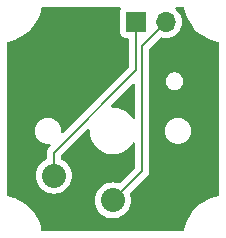
<source format=gbr>
%TF.GenerationSoftware,KiCad,Pcbnew,8.0.3*%
%TF.CreationDate,2024-09-08T13:54:04-04:00*%
%TF.ProjectId,FightPad_MICRO,46696768-7450-4616-945f-4d4943524f2e,rev?*%
%TF.SameCoordinates,Original*%
%TF.FileFunction,Copper,L2,Bot*%
%TF.FilePolarity,Positive*%
%FSLAX46Y46*%
G04 Gerber Fmt 4.6, Leading zero omitted, Abs format (unit mm)*
G04 Created by KiCad (PCBNEW 8.0.3) date 2024-09-08 13:54:04*
%MOMM*%
%LPD*%
G01*
G04 APERTURE LIST*
%TA.AperFunction,ComponentPad*%
%ADD10C,2.032000*%
%TD*%
%TA.AperFunction,ComponentPad*%
%ADD11R,1.700000X1.700000*%
%TD*%
%TA.AperFunction,ComponentPad*%
%ADD12O,1.700000X1.700000*%
%TD*%
%TA.AperFunction,Conductor*%
%ADD13C,0.200000*%
%TD*%
G04 APERTURE END LIST*
D10*
%TO.P,SW1,2,B*%
%TO.N,Net-(J1-Pin_1)*%
X79350000Y-61510000D03*
%TO.P,SW1,1,A*%
%TO.N,Net-(J1-Pin_2)*%
X84350000Y-63610000D03*
%TD*%
D11*
%TO.P,J1,1,Pin_1*%
%TO.N,Net-(J1-Pin_1)*%
X86310000Y-48500000D03*
D12*
%TO.P,J1,2,Pin_2*%
%TO.N,Net-(J1-Pin_2)*%
X88850000Y-48500000D03*
%TD*%
D13*
%TO.N,Net-(J1-Pin_1)*%
X86310000Y-52599165D02*
X79350000Y-59559165D01*
X86310000Y-48500000D02*
X86310000Y-52599165D01*
X79350000Y-59559165D02*
X79350000Y-61510000D01*
%TO.N,Net-(J1-Pin_2)*%
X86850000Y-50500000D02*
X88850000Y-48500000D01*
X86850000Y-61110000D02*
X86850000Y-50500000D01*
X84350000Y-63610000D02*
X86850000Y-61110000D01*
%TD*%
%TA.AperFunction,NonConductor*%
G36*
X86168834Y-53692079D02*
G01*
X86224767Y-53733951D01*
X86249184Y-53799415D01*
X86249500Y-53808261D01*
X86249500Y-56607256D01*
X86229815Y-56674295D01*
X86177011Y-56720050D01*
X86107853Y-56729994D01*
X86044297Y-56700969D01*
X86018113Y-56669257D01*
X85998750Y-56635720D01*
X85987343Y-56615962D01*
X85830535Y-56411606D01*
X85830530Y-56411600D01*
X85648399Y-56229469D01*
X85648392Y-56229463D01*
X85444046Y-56072663D01*
X85444044Y-56072661D01*
X85444038Y-56072657D01*
X85444033Y-56072654D01*
X85444030Y-56072652D01*
X85220969Y-55943867D01*
X85220952Y-55943859D01*
X84982982Y-55845289D01*
X84825243Y-55803023D01*
X84734175Y-55778622D01*
X84702252Y-55774419D01*
X84478800Y-55745000D01*
X84478793Y-55745000D01*
X84312761Y-55745000D01*
X84245722Y-55725315D01*
X84199967Y-55672511D01*
X84190023Y-55603353D01*
X84219048Y-55539797D01*
X84225080Y-55533319D01*
X86037820Y-53720578D01*
X86099142Y-53687095D01*
X86168834Y-53692079D01*
G37*
%TD.AperFunction*%
%TA.AperFunction,NonConductor*%
G36*
X84983121Y-47230185D02*
G01*
X85028876Y-47282989D01*
X85038820Y-47352147D01*
X85019305Y-47399258D01*
X85020454Y-47399886D01*
X85016202Y-47407671D01*
X84965908Y-47542517D01*
X84959501Y-47602116D01*
X84959500Y-47602135D01*
X84959500Y-49397870D01*
X84959501Y-49397876D01*
X84965908Y-49457483D01*
X85016202Y-49592328D01*
X85016206Y-49592335D01*
X85102452Y-49707544D01*
X85102455Y-49707547D01*
X85217664Y-49793793D01*
X85217671Y-49793797D01*
X85262618Y-49810561D01*
X85352517Y-49844091D01*
X85412127Y-49850500D01*
X85585500Y-49850499D01*
X85652539Y-49870183D01*
X85698294Y-49922987D01*
X85709500Y-49974499D01*
X85709500Y-52299067D01*
X85689815Y-52366106D01*
X85673181Y-52386748D01*
X80162431Y-57897497D01*
X80101108Y-57930982D01*
X80031416Y-57925998D01*
X79975483Y-57884126D01*
X79951066Y-57818662D01*
X79951132Y-57800091D01*
X79951400Y-57796684D01*
X79951400Y-57623312D01*
X79935622Y-57523702D01*
X79924280Y-57452088D01*
X79870708Y-57287209D01*
X79870708Y-57287208D01*
X79792001Y-57132739D01*
X79690101Y-56992486D01*
X79567514Y-56869899D01*
X79427260Y-56767998D01*
X79272791Y-56689291D01*
X79272788Y-56689290D01*
X79107913Y-56635720D01*
X78936687Y-56608600D01*
X78936682Y-56608600D01*
X78763318Y-56608600D01*
X78763313Y-56608600D01*
X78592086Y-56635720D01*
X78427211Y-56689290D01*
X78427208Y-56689291D01*
X78272739Y-56767998D01*
X78192719Y-56826136D01*
X78132486Y-56869899D01*
X78132484Y-56869901D01*
X78132483Y-56869901D01*
X78009901Y-56992483D01*
X78009901Y-56992484D01*
X78009899Y-56992486D01*
X77966136Y-57052719D01*
X77907998Y-57132739D01*
X77829291Y-57287208D01*
X77829290Y-57287211D01*
X77775720Y-57452086D01*
X77748600Y-57623312D01*
X77748600Y-57796687D01*
X77775720Y-57967913D01*
X77829290Y-58132788D01*
X77829291Y-58132791D01*
X77870234Y-58213145D01*
X77907998Y-58287260D01*
X78009899Y-58427514D01*
X78132486Y-58550101D01*
X78272740Y-58652002D01*
X78345951Y-58689305D01*
X78427208Y-58730708D01*
X78427211Y-58730709D01*
X78488871Y-58750743D01*
X78592088Y-58784280D01*
X78671391Y-58796840D01*
X78763313Y-58811400D01*
X78763318Y-58811400D01*
X78936685Y-58811400D01*
X78940091Y-58811132D01*
X78941367Y-58811400D01*
X78941554Y-58811400D01*
X78941554Y-58811439D01*
X79008467Y-58825498D01*
X79058223Y-58874551D01*
X79073560Y-58942716D01*
X79049609Y-59008353D01*
X79037498Y-59022430D01*
X78981287Y-59078642D01*
X78981286Y-59078643D01*
X78869481Y-59190447D01*
X78869479Y-59190450D01*
X78819361Y-59277259D01*
X78819359Y-59277261D01*
X78790425Y-59327374D01*
X78790424Y-59327375D01*
X78785074Y-59347343D01*
X78749499Y-59480108D01*
X78749499Y-59480110D01*
X78749499Y-59648211D01*
X78749500Y-59648224D01*
X78749500Y-60034433D01*
X78729815Y-60101472D01*
X78677011Y-60147227D01*
X78672957Y-60148992D01*
X78659402Y-60154607D01*
X78455867Y-60279332D01*
X78274357Y-60434357D01*
X78119332Y-60615867D01*
X77994608Y-60819399D01*
X77903261Y-61039931D01*
X77847538Y-61272036D01*
X77828811Y-61510000D01*
X77847538Y-61747963D01*
X77903261Y-61980068D01*
X77994608Y-62200600D01*
X77994610Y-62200604D01*
X77994611Y-62200605D01*
X78119332Y-62404132D01*
X78274357Y-62585643D01*
X78455868Y-62740668D01*
X78659395Y-62865389D01*
X78659397Y-62865389D01*
X78659399Y-62865391D01*
X78735071Y-62896735D01*
X78879927Y-62956737D01*
X79112034Y-63012461D01*
X79350000Y-63031189D01*
X79587966Y-63012461D01*
X79820073Y-62956737D01*
X80040605Y-62865389D01*
X80244132Y-62740668D01*
X80425643Y-62585643D01*
X80580668Y-62404132D01*
X80705389Y-62200605D01*
X80796737Y-61980073D01*
X80852461Y-61747966D01*
X80871189Y-61510000D01*
X80852461Y-61272034D01*
X80796737Y-61039927D01*
X80705389Y-60819395D01*
X80580668Y-60615868D01*
X80425643Y-60434357D01*
X80244132Y-60279332D01*
X80040605Y-60154611D01*
X80040600Y-60154609D01*
X80040597Y-60154607D01*
X80027043Y-60148992D01*
X79972641Y-60105150D01*
X79950579Y-60038855D01*
X79950500Y-60034433D01*
X79950500Y-59859261D01*
X79970185Y-59792222D01*
X79986814Y-59771585D01*
X82173319Y-57585079D01*
X82234642Y-57551595D01*
X82304334Y-57556579D01*
X82360267Y-57598451D01*
X82384684Y-57663915D01*
X82385000Y-57672761D01*
X82385000Y-57838800D01*
X82418622Y-58094174D01*
X82485289Y-58342982D01*
X82583859Y-58580952D01*
X82583867Y-58580969D01*
X82712652Y-58804030D01*
X82712663Y-58804046D01*
X82869463Y-59008392D01*
X82869469Y-59008399D01*
X83051600Y-59190530D01*
X83051606Y-59190535D01*
X83255962Y-59347343D01*
X83255969Y-59347347D01*
X83479030Y-59476132D01*
X83479035Y-59476134D01*
X83479038Y-59476136D01*
X83479042Y-59476137D01*
X83479047Y-59476140D01*
X83573386Y-59515216D01*
X83717016Y-59574710D01*
X83965825Y-59641378D01*
X84221207Y-59675000D01*
X84221214Y-59675000D01*
X84478786Y-59675000D01*
X84478793Y-59675000D01*
X84734175Y-59641378D01*
X84982984Y-59574710D01*
X85220962Y-59476136D01*
X85444038Y-59347343D01*
X85648394Y-59190535D01*
X85830535Y-59008394D01*
X85987343Y-58804038D01*
X86018113Y-58750743D01*
X86068680Y-58702527D01*
X86137287Y-58689305D01*
X86202152Y-58715273D01*
X86242680Y-58772187D01*
X86249500Y-58812743D01*
X86249500Y-60809902D01*
X86229815Y-60876941D01*
X86213181Y-60897583D01*
X84968764Y-62141999D01*
X84907441Y-62175484D01*
X84837749Y-62170500D01*
X84833652Y-62168887D01*
X84820073Y-62163263D01*
X84820070Y-62163262D01*
X84820067Y-62163261D01*
X84587962Y-62107538D01*
X84587963Y-62107538D01*
X84350000Y-62088811D01*
X84112036Y-62107538D01*
X83879931Y-62163261D01*
X83659399Y-62254608D01*
X83455867Y-62379332D01*
X83274357Y-62534357D01*
X83119332Y-62715867D01*
X82994608Y-62919399D01*
X82903261Y-63139931D01*
X82847538Y-63372036D01*
X82828811Y-63610000D01*
X82847538Y-63847963D01*
X82903261Y-64080068D01*
X82994608Y-64300600D01*
X82994610Y-64300604D01*
X82994611Y-64300605D01*
X83119332Y-64504132D01*
X83274357Y-64685643D01*
X83455868Y-64840668D01*
X83659395Y-64965389D01*
X83659397Y-64965389D01*
X83659399Y-64965391D01*
X83735071Y-64996735D01*
X83879927Y-65056737D01*
X84112034Y-65112461D01*
X84350000Y-65131189D01*
X84587966Y-65112461D01*
X84820073Y-65056737D01*
X85040605Y-64965389D01*
X85244132Y-64840668D01*
X85425643Y-64685643D01*
X85580668Y-64504132D01*
X85705389Y-64300605D01*
X85796737Y-64080073D01*
X85852461Y-63847966D01*
X85871189Y-63610000D01*
X85852461Y-63372034D01*
X85796737Y-63139927D01*
X85791120Y-63126366D01*
X85783651Y-63056897D01*
X85814927Y-62994418D01*
X85817972Y-62991261D01*
X87218713Y-61590521D01*
X87218716Y-61590520D01*
X87330520Y-61478716D01*
X87380639Y-61391904D01*
X87409577Y-61341785D01*
X87450501Y-61189057D01*
X87450501Y-61030943D01*
X87450501Y-61023348D01*
X87450500Y-61023330D01*
X87450500Y-57623312D01*
X88748600Y-57623312D01*
X88748600Y-57796687D01*
X88775720Y-57967913D01*
X88829290Y-58132788D01*
X88829291Y-58132791D01*
X88870234Y-58213145D01*
X88907998Y-58287260D01*
X89009899Y-58427514D01*
X89132486Y-58550101D01*
X89272740Y-58652002D01*
X89345951Y-58689305D01*
X89427208Y-58730708D01*
X89427211Y-58730709D01*
X89488871Y-58750743D01*
X89592088Y-58784280D01*
X89671391Y-58796840D01*
X89763313Y-58811400D01*
X89763318Y-58811400D01*
X89936687Y-58811400D01*
X90019695Y-58798252D01*
X90107912Y-58784280D01*
X90272791Y-58730708D01*
X90427260Y-58652002D01*
X90567514Y-58550101D01*
X90690101Y-58427514D01*
X90792002Y-58287260D01*
X90870708Y-58132791D01*
X90924280Y-57967912D01*
X90938252Y-57879695D01*
X90951400Y-57796687D01*
X90951400Y-57623312D01*
X90935622Y-57523702D01*
X90924280Y-57452088D01*
X90870708Y-57287209D01*
X90870708Y-57287208D01*
X90792001Y-57132739D01*
X90690101Y-56992486D01*
X90567514Y-56869899D01*
X90427260Y-56767998D01*
X90272791Y-56689291D01*
X90272788Y-56689290D01*
X90107913Y-56635720D01*
X89936687Y-56608600D01*
X89936682Y-56608600D01*
X89763318Y-56608600D01*
X89763313Y-56608600D01*
X89592086Y-56635720D01*
X89427211Y-56689290D01*
X89427208Y-56689291D01*
X89272739Y-56767998D01*
X89192719Y-56826136D01*
X89132486Y-56869899D01*
X89132484Y-56869901D01*
X89132483Y-56869901D01*
X89009901Y-56992483D01*
X89009901Y-56992484D01*
X89009899Y-56992486D01*
X88966136Y-57052719D01*
X88907998Y-57132739D01*
X88829291Y-57287208D01*
X88829290Y-57287211D01*
X88775720Y-57452086D01*
X88748600Y-57623312D01*
X87450500Y-57623312D01*
X87450500Y-53436540D01*
X88824200Y-53436540D01*
X88824200Y-53583459D01*
X88852858Y-53727534D01*
X88852861Y-53727544D01*
X88909078Y-53863266D01*
X88909083Y-53863275D01*
X88990698Y-53985419D01*
X88990701Y-53985423D01*
X89094576Y-54089298D01*
X89094580Y-54089301D01*
X89216724Y-54170916D01*
X89216730Y-54170919D01*
X89216731Y-54170920D01*
X89352458Y-54227140D01*
X89496540Y-54255799D01*
X89496544Y-54255800D01*
X89496545Y-54255800D01*
X89643456Y-54255800D01*
X89643457Y-54255799D01*
X89787542Y-54227140D01*
X89923269Y-54170920D01*
X90045420Y-54089301D01*
X90149301Y-53985420D01*
X90230920Y-53863269D01*
X90287140Y-53727542D01*
X90315800Y-53583455D01*
X90315800Y-53436545D01*
X90287140Y-53292458D01*
X90230920Y-53156731D01*
X90230919Y-53156730D01*
X90230916Y-53156724D01*
X90149301Y-53034580D01*
X90149298Y-53034576D01*
X90045423Y-52930701D01*
X90045419Y-52930698D01*
X89923275Y-52849083D01*
X89923266Y-52849078D01*
X89787544Y-52792861D01*
X89787545Y-52792861D01*
X89787542Y-52792860D01*
X89787538Y-52792859D01*
X89787534Y-52792858D01*
X89643459Y-52764200D01*
X89643455Y-52764200D01*
X89496545Y-52764200D01*
X89496540Y-52764200D01*
X89352465Y-52792858D01*
X89352455Y-52792861D01*
X89216733Y-52849078D01*
X89216724Y-52849083D01*
X89094580Y-52930698D01*
X89094576Y-52930701D01*
X88990701Y-53034576D01*
X88990698Y-53034580D01*
X88909083Y-53156724D01*
X88909078Y-53156733D01*
X88852861Y-53292455D01*
X88852858Y-53292465D01*
X88824200Y-53436540D01*
X87450500Y-53436540D01*
X87450500Y-50800096D01*
X87470185Y-50733057D01*
X87486815Y-50712419D01*
X88366470Y-49832763D01*
X88427791Y-49799280D01*
X88486238Y-49800670D01*
X88614592Y-49835063D01*
X88791034Y-49850500D01*
X88849999Y-49855659D01*
X88850000Y-49855659D01*
X88850001Y-49855659D01*
X88908966Y-49850500D01*
X89085408Y-49835063D01*
X89313663Y-49773903D01*
X89527830Y-49674035D01*
X89721401Y-49538495D01*
X89888495Y-49371401D01*
X90024035Y-49177830D01*
X90123903Y-48963663D01*
X90185063Y-48735408D01*
X90205659Y-48500000D01*
X90185063Y-48264592D01*
X90123903Y-48036337D01*
X90024035Y-47822171D01*
X89888495Y-47628599D01*
X89888494Y-47628597D01*
X89721402Y-47461506D01*
X89721401Y-47461505D01*
X89685082Y-47436074D01*
X89641459Y-47381498D01*
X89634266Y-47311999D01*
X89665788Y-47249645D01*
X89726018Y-47214231D01*
X89756207Y-47210500D01*
X90278712Y-47210500D01*
X90345751Y-47230185D01*
X90391506Y-47282989D01*
X90400329Y-47310309D01*
X90450308Y-47561572D01*
X90550150Y-47890706D01*
X90681770Y-48208464D01*
X90681772Y-48208469D01*
X90843893Y-48511775D01*
X90843904Y-48511793D01*
X91034975Y-48797751D01*
X91034985Y-48797765D01*
X91253176Y-49063632D01*
X91496367Y-49306823D01*
X91496372Y-49306827D01*
X91496373Y-49306828D01*
X91762240Y-49525019D01*
X92048213Y-49716100D01*
X92048222Y-49716105D01*
X92048224Y-49716106D01*
X92351530Y-49878227D01*
X92351532Y-49878227D01*
X92351538Y-49878231D01*
X92669295Y-50009850D01*
X92998422Y-50109690D01*
X93249693Y-50159671D01*
X93311602Y-50192055D01*
X93346176Y-50252770D01*
X93349500Y-50281287D01*
X93349500Y-63138711D01*
X93329815Y-63205750D01*
X93277011Y-63251505D01*
X93249692Y-63260328D01*
X92998440Y-63310305D01*
X92998432Y-63310307D01*
X92669294Y-63410149D01*
X92351536Y-63541769D01*
X92351531Y-63541771D01*
X92048224Y-63703892D01*
X92048206Y-63703903D01*
X91762248Y-63894974D01*
X91762234Y-63894984D01*
X91496367Y-64113176D01*
X91253177Y-64356366D01*
X91034985Y-64622233D01*
X91034975Y-64622247D01*
X90843904Y-64908205D01*
X90843893Y-64908223D01*
X90681772Y-65211530D01*
X90681770Y-65211535D01*
X90550150Y-65529292D01*
X90450308Y-65858427D01*
X90400329Y-66109691D01*
X90367944Y-66171602D01*
X90307228Y-66206177D01*
X90278712Y-66209500D01*
X78421288Y-66209500D01*
X78354249Y-66189815D01*
X78308494Y-66137011D01*
X78299671Y-66109692D01*
X78283977Y-66030795D01*
X78249690Y-65858423D01*
X78149850Y-65529295D01*
X78018231Y-65211539D01*
X77856101Y-64908213D01*
X77665019Y-64622240D01*
X77446828Y-64356373D01*
X77446827Y-64356372D01*
X77446823Y-64356367D01*
X77203632Y-64113176D01*
X76937765Y-63894985D01*
X76937764Y-63894984D01*
X76937760Y-63894981D01*
X76651787Y-63703899D01*
X76651782Y-63703896D01*
X76651775Y-63703892D01*
X76348468Y-63541773D01*
X76348461Y-63541769D01*
X76348454Y-63541766D01*
X76030706Y-63410150D01*
X75905060Y-63372036D01*
X75701577Y-63310310D01*
X75701552Y-63310305D01*
X75450307Y-63260328D01*
X75388396Y-63227943D01*
X75353822Y-63167227D01*
X75350499Y-63138711D01*
X75350499Y-50281287D01*
X75370184Y-50214248D01*
X75422988Y-50168493D01*
X75450300Y-50159672D01*
X75701578Y-50109690D01*
X76030705Y-50009850D01*
X76348462Y-49878231D01*
X76651787Y-49716100D01*
X76937760Y-49525019D01*
X77203627Y-49306828D01*
X77446828Y-49063627D01*
X77665019Y-48797760D01*
X77856100Y-48511787D01*
X78018231Y-48208462D01*
X78149850Y-47890705D01*
X78249690Y-47561578D01*
X78299671Y-47310309D01*
X78332056Y-47248398D01*
X78392772Y-47213823D01*
X78421288Y-47210500D01*
X84916082Y-47210500D01*
X84983121Y-47230185D01*
G37*
%TD.AperFunction*%
M02*

</source>
